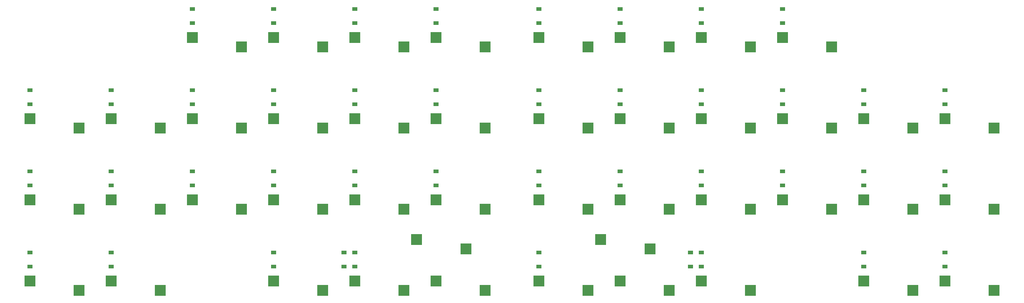
<source format=gbr>
%TF.GenerationSoftware,KiCad,Pcbnew,(6.0.1)*%
%TF.CreationDate,2022-12-03T11:16:14-05:00*%
%TF.ProjectId,DELPHI,44454c50-4849-42e6-9b69-6361645f7063,rev?*%
%TF.SameCoordinates,Original*%
%TF.FileFunction,Paste,Bot*%
%TF.FilePolarity,Positive*%
%FSLAX46Y46*%
G04 Gerber Fmt 4.6, Leading zero omitted, Abs format (unit mm)*
G04 Created by KiCad (PCBNEW (6.0.1)) date 2022-12-03 11:16:14*
%MOMM*%
%LPD*%
G01*
G04 APERTURE LIST*
%ADD10R,2.600000X2.600000*%
%ADD11R,1.200000X0.900000*%
G04 APERTURE END LIST*
D10*
%TO.C,SW17*%
X113765000Y-105010000D03*
X102215000Y-102810000D03*
%TD*%
%TO.C,SW5*%
X56615000Y-85960000D03*
X45065000Y-83760000D03*
%TD*%
%TO.C,SW25A*%
X159920000Y-93110000D03*
X171470000Y-95310000D03*
%TD*%
%TO.C,SW10*%
X94715000Y-47860000D03*
X83165000Y-45660000D03*
%TD*%
%TO.C,SW28*%
X175995000Y-85960000D03*
X164445000Y-83760000D03*
%TD*%
%TO.C,SW33*%
X195045000Y-105010000D03*
X183495000Y-102810000D03*
%TD*%
%TO.C,SW27*%
X175995000Y-66910000D03*
X164445000Y-64710000D03*
%TD*%
%TO.C,SW4*%
X56615000Y-66910000D03*
X45065000Y-64710000D03*
%TD*%
%TO.C,SW2*%
X37565000Y-85960000D03*
X26015000Y-83760000D03*
%TD*%
%TO.C,SW20*%
X132815000Y-85960000D03*
X121265000Y-83760000D03*
%TD*%
%TO.C,SW23*%
X156945000Y-66910000D03*
X145395000Y-64710000D03*
%TD*%
%TO.C,SW26*%
X175995000Y-47860000D03*
X164445000Y-45660000D03*
%TD*%
%TO.C,SW8*%
X75665000Y-66910000D03*
X64115000Y-64710000D03*
%TD*%
%TO.C,SW24*%
X156945000Y-85960000D03*
X145395000Y-83760000D03*
%TD*%
%TO.C,SW12*%
X94715000Y-85960000D03*
X83165000Y-83760000D03*
%TD*%
%TO.C,SW19*%
X132815000Y-66910000D03*
X121265000Y-64710000D03*
%TD*%
%TO.C,SW6*%
X56615000Y-105010000D03*
X45065000Y-102810000D03*
%TD*%
%TO.C,SW7*%
X75665000Y-47860000D03*
X64115000Y-45660000D03*
%TD*%
%TO.C,SW25*%
X156945000Y-105010000D03*
X145395000Y-102810000D03*
%TD*%
%TO.C,SW34*%
X214095000Y-47860000D03*
X202545000Y-45660000D03*
%TD*%
%TO.C,SW18*%
X132815000Y-47860000D03*
X121265000Y-45660000D03*
%TD*%
%TO.C,SW21A*%
X116740000Y-93110000D03*
X128290000Y-95310000D03*
%TD*%
%TO.C,SW37*%
X233145000Y-66910000D03*
X221595000Y-64710000D03*
%TD*%
%TO.C,SW9*%
X75665000Y-85960000D03*
X64115000Y-83760000D03*
%TD*%
%TO.C,SW36*%
X214095000Y-85960000D03*
X202545000Y-83760000D03*
%TD*%
%TO.C,SW21*%
X132815000Y-105010000D03*
X121265000Y-102810000D03*
%TD*%
%TO.C,SW3*%
X37565000Y-105010000D03*
X26015000Y-102810000D03*
%TD*%
%TO.C,SW32*%
X195045000Y-85960000D03*
X183495000Y-83760000D03*
%TD*%
%TO.C,SW35*%
X214095000Y-66910000D03*
X202545000Y-64710000D03*
%TD*%
%TO.C,SW38*%
X233145000Y-85960000D03*
X221595000Y-83760000D03*
%TD*%
%TO.C,SW39*%
X233145000Y-105010000D03*
X221595000Y-102810000D03*
%TD*%
%TO.C,SW40*%
X252195000Y-66910000D03*
X240645000Y-64710000D03*
%TD*%
%TO.C,SW14*%
X113765000Y-47860000D03*
X102215000Y-45660000D03*
%TD*%
%TO.C,SW22*%
X156945000Y-47860000D03*
X145395000Y-45660000D03*
%TD*%
%TO.C,SW11*%
X94715000Y-66910000D03*
X83165000Y-64710000D03*
%TD*%
%TO.C,SW13*%
X94715000Y-105010000D03*
X83165000Y-102810000D03*
%TD*%
%TO.C,SW42*%
X252195000Y-105010000D03*
X240645000Y-102810000D03*
%TD*%
%TO.C,SW31*%
X195045000Y-66910000D03*
X183495000Y-64710000D03*
%TD*%
%TO.C,SW30*%
X195045000Y-47860000D03*
X183495000Y-45660000D03*
%TD*%
%TO.C,SW15*%
X113765000Y-66910000D03*
X102215000Y-64710000D03*
%TD*%
%TO.C,SW1*%
X37565000Y-66910000D03*
X26015000Y-64710000D03*
%TD*%
%TO.C,SW29*%
X175995000Y-105010000D03*
X164445000Y-102810000D03*
%TD*%
%TO.C,SW16*%
X113765000Y-85960000D03*
X102215000Y-83760000D03*
%TD*%
%TO.C,SW41*%
X252195000Y-85960000D03*
X240645000Y-83760000D03*
%TD*%
D11*
%TO.C,D26*%
X164465000Y-38990000D03*
X164465000Y-42290000D03*
%TD*%
%TO.C,D16*%
X102235000Y-77090000D03*
X102235000Y-80390000D03*
%TD*%
%TO.C,D4*%
X45085000Y-58040000D03*
X45085000Y-61340000D03*
%TD*%
%TO.C,D36*%
X202565000Y-77090000D03*
X202565000Y-80390000D03*
%TD*%
%TO.C,D3*%
X26035000Y-96140000D03*
X26035000Y-99440000D03*
%TD*%
%TO.C,D42*%
X240665000Y-96140000D03*
X240665000Y-99440000D03*
%TD*%
%TO.C,D35*%
X202565000Y-58040000D03*
X202565000Y-61340000D03*
%TD*%
%TO.C,D23*%
X145415000Y-58040000D03*
X145415000Y-61340000D03*
%TD*%
%TO.C,D10*%
X83185000Y-38990000D03*
X83185000Y-42290000D03*
%TD*%
%TO.C,D5*%
X45085000Y-77090000D03*
X45085000Y-80390000D03*
%TD*%
%TO.C,D27*%
X164465000Y-58040000D03*
X164465000Y-61340000D03*
%TD*%
%TO.C,D20*%
X121285000Y-77090000D03*
X121285000Y-80390000D03*
%TD*%
%TO.C,D9*%
X64135000Y-77090000D03*
X64135000Y-80390000D03*
%TD*%
%TO.C,D29*%
X180975000Y-96140000D03*
X180975000Y-99440000D03*
%TD*%
%TO.C,D40*%
X240665000Y-58040000D03*
X240665000Y-61340000D03*
%TD*%
%TO.C,D22*%
X145415000Y-38990000D03*
X145415000Y-42290000D03*
%TD*%
%TO.C,D8*%
X64135000Y-58040000D03*
X64135000Y-61340000D03*
%TD*%
%TO.C,D15*%
X102235000Y-58040000D03*
X102235000Y-61340000D03*
%TD*%
%TO.C,D1*%
X26035000Y-58040000D03*
X26035000Y-61340000D03*
%TD*%
%TO.C,D7*%
X64135000Y-38990000D03*
X64135000Y-42290000D03*
%TD*%
%TO.C,D17*%
X102235000Y-96140000D03*
X102235000Y-99440000D03*
%TD*%
%TO.C,D39*%
X221615000Y-96140000D03*
X221615000Y-99440000D03*
%TD*%
%TO.C,D12*%
X83185000Y-77090000D03*
X83185000Y-80390000D03*
%TD*%
%TO.C,D11*%
X83185000Y-58040000D03*
X83185000Y-61340000D03*
%TD*%
%TO.C,D24*%
X145415000Y-77090000D03*
X145415000Y-80390000D03*
%TD*%
%TO.C,D28*%
X164465000Y-77090000D03*
X164465000Y-80390000D03*
%TD*%
%TO.C,D34*%
X202565000Y-38990000D03*
X202565000Y-42290000D03*
%TD*%
%TO.C,D32*%
X183515000Y-77090000D03*
X183515000Y-80390000D03*
%TD*%
%TO.C,D2*%
X26035000Y-77090000D03*
X26035000Y-80390000D03*
%TD*%
%TO.C,D33*%
X183515000Y-96140000D03*
X183515000Y-99440000D03*
%TD*%
%TO.C,D37*%
X221615000Y-58040000D03*
X221615000Y-61340000D03*
%TD*%
%TO.C,D30*%
X183515000Y-38990000D03*
X183515000Y-42290000D03*
%TD*%
%TO.C,D14*%
X102235000Y-38990000D03*
X102235000Y-42290000D03*
%TD*%
%TO.C,D6*%
X45085000Y-96140000D03*
X45085000Y-99440000D03*
%TD*%
%TO.C,D21*%
X99695000Y-96140000D03*
X99695000Y-99440000D03*
%TD*%
%TO.C,D19*%
X121285000Y-58040000D03*
X121285000Y-61340000D03*
%TD*%
%TO.C,D41*%
X240665000Y-77090000D03*
X240665000Y-80390000D03*
%TD*%
%TO.C,D13*%
X83185000Y-96140000D03*
X83185000Y-99440000D03*
%TD*%
%TO.C,D31*%
X183515000Y-58040000D03*
X183515000Y-61340000D03*
%TD*%
%TO.C,D25*%
X145415000Y-96140000D03*
X145415000Y-99440000D03*
%TD*%
%TO.C,D38*%
X221615000Y-77090000D03*
X221615000Y-80390000D03*
%TD*%
%TO.C,D18*%
X121285000Y-38990000D03*
X121285000Y-42290000D03*
%TD*%
M02*

</source>
